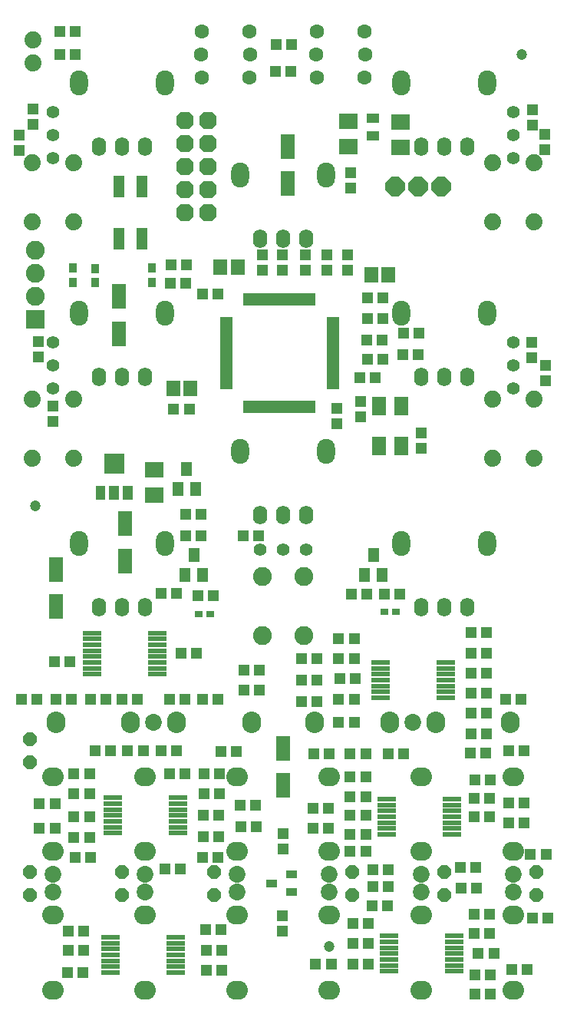
<source format=gts>
G04 DipTrace 3.3.0.0*
G04 pachinko.GTS*
%MOIN*%
G04 #@! TF.FileFunction,Soldermask,Top*
G04 #@! TF.Part,Single*
%AMOUTLINE1*
4,1,8,
0.017397,-0.042,
0.042,-0.017397,
0.042,0.017397,
0.017397,0.042,
-0.017397,0.042,
-0.042,0.017397,
-0.042,-0.017397,
-0.017397,-0.042,
0.017397,-0.042,
0*%
%AMOUTLINE4*
4,1,8,
0.015816,0.038184,
0.038184,0.015816,
0.038184,-0.015816,
0.015816,-0.038184,
-0.015816,-0.038184,
-0.038184,-0.015816,
-0.038184,0.015816,
-0.015816,0.038184,
0.015816,0.038184,
0*%
%AMOUTLINE7*
4,1,8,
0.012426,0.03,
0.03,0.012426,
0.03,-0.012426,
0.012426,-0.03,
-0.012426,-0.03,
-0.03,-0.012426,
-0.03,0.012426,
-0.012426,0.03,
0.012426,0.03,
0*%
%AMOUTLINE10*
4,1,8,
-0.012426,-0.03,
-0.03,-0.012426,
-0.03,0.012426,
-0.012426,0.03,
0.012426,0.03,
0.03,0.012426,
0.03,-0.012426,
0.012426,-0.03,
-0.012426,-0.03,
0*%
%ADD50C,0.074*%
%ADD72C,0.063118*%
%ADD74O,0.078X0.108*%
%ADD76O,0.062X0.082*%
%ADD78R,0.063118X0.082803*%
%ADD80C,0.055559*%
%ADD82R,0.035559X0.041465*%
%ADD84R,0.057213X0.043433*%
%ADD86C,0.082*%
%ADD88R,0.082X0.082*%
%ADD90O,0.093X0.083*%
%ADD92C,0.073*%
%ADD94O,0.083X0.093*%
%ADD96R,0.04737X0.035559*%
%ADD98R,0.078866X0.023748*%
%ADD100R,0.08674X0.08674*%
%ADD106R,0.019811X0.055244*%
%ADD108R,0.055244X0.019811*%
%ADD110C,0.04737*%
%ADD112R,0.035559X0.027685*%
%ADD114R,0.04737X0.063118*%
%ADD116R,0.04737X0.094614*%
%ADD118R,0.059181X0.067055*%
%ADD120R,0.051307X0.04737*%
%ADD122R,0.078866X0.070992*%
%ADD124R,0.063118X0.110362*%
%ADD126R,0.04737X0.051307*%
%ADD134OUTLINE1*%
%ADD137OUTLINE4*%
%ADD140OUTLINE7*%
%ADD143OUTLINE10*%
%FSLAX26Y26*%
G04*
G70*
G90*
G75*
G01*
G04 TopMask*
%LPD*%
D126*
X1874257Y3938090D3*
Y4005020D3*
D124*
X1600390Y4118965D3*
Y3957547D3*
D122*
X2093072Y4225804D3*
Y4115568D3*
D126*
X1919415Y2944184D3*
Y3011113D3*
D122*
X1865992Y4228211D3*
Y4117975D3*
D126*
X2181915Y2873613D3*
Y2806684D3*
D120*
X1095013Y3606171D3*
X1161942D3*
X1947749Y3370619D3*
X2014678D3*
X1949244Y3460147D3*
X2016173D3*
D118*
X1963930Y3561362D3*
X2038734D3*
D124*
X869384Y3305957D3*
Y3467374D3*
D120*
X1299513Y3477102D3*
X1232584D3*
D126*
X1815944Y2981324D3*
Y2914395D3*
D122*
X1023177Y2714605D3*
Y2604369D3*
D118*
X1384719Y3594222D3*
X1309916D3*
D126*
X1770636Y3581273D3*
Y3648202D3*
D120*
X2106236Y3309122D3*
X2173165D3*
X2101031Y3213858D3*
X2167961D3*
X1173367Y2977392D3*
X1106438D3*
D118*
X1179131Y3067963D3*
X1104328D3*
D120*
X1138739Y1917505D3*
X1205668D3*
D124*
X1581684Y1344184D3*
Y1505601D3*
X894184Y2319184D3*
Y2480601D3*
D126*
X1490814Y3581684D3*
Y3648613D3*
D120*
X831684Y1494184D3*
X764755D3*
X656018Y1881684D3*
X589089D3*
D124*
X594184Y2281684D3*
Y2120266D3*
D126*
X1863150Y3581534D3*
Y3648463D3*
D120*
X1945597Y3279455D3*
X2012526D3*
X1890148Y1981684D3*
X1823219D3*
X1873219Y1056684D3*
X1940148D3*
X1890148Y1619184D3*
X1823219D3*
X2479869Y1287171D3*
X2412940D3*
X1302648Y1120402D3*
X1235719D3*
X673219Y1119184D3*
X740148D3*
D126*
X1578314Y3581684D3*
Y3648613D3*
D120*
X1315148Y627648D3*
X1248219D3*
D126*
X1678314Y3581684D3*
Y3648613D3*
D120*
X715148Y627648D3*
X648219D3*
X2398219Y1569184D3*
X2465148D3*
X1940148Y1381684D3*
X1873219D3*
X2398219Y1744184D3*
X2465148D3*
X1306684Y1306684D3*
X1239755D3*
X673219D3*
X740148D3*
X511113Y1719184D3*
X444184D3*
X1940148Y1215148D3*
X1873219D3*
X1894184Y1806684D3*
X1827255D3*
X740148Y1206684D3*
X673219D3*
X1302648Y1215148D3*
X1235719D3*
X1952648Y569184D3*
X1885719D3*
X1052255Y1494184D3*
X1119184D3*
D126*
X1577648Y777648D3*
Y710719D3*
D120*
X2560719Y1494184D3*
X2627648D3*
Y1269184D3*
X2560719D3*
X1410719Y1756684D3*
X1477648D3*
X1783144Y1482349D3*
X1716215D3*
X1377648Y1490148D3*
X1310719D3*
X1727648Y1706684D3*
X1660719D3*
D116*
X869184Y3719184D3*
X969184D3*
Y3943987D3*
X869184D3*
D114*
X1162678Y2717287D3*
X1200080Y2630673D3*
X1125277D3*
D112*
X2073104Y2098678D3*
X2021923D3*
X1266234Y2087356D3*
X1215052D3*
D110*
X2619184Y4519184D3*
X506684Y2556684D3*
X1781684Y644184D3*
D134*
X2269184Y3944184D3*
X2169184D3*
X2069184D3*
D108*
X1799117Y3073908D3*
Y3093593D3*
Y3113278D3*
Y3132963D3*
Y3152648D3*
Y3172333D3*
Y3192018D3*
Y3211703D3*
Y3231388D3*
Y3251073D3*
Y3270758D3*
Y3290444D3*
Y3310129D3*
Y3329814D3*
Y3349499D3*
Y3369184D3*
D106*
X1713038Y3454262D3*
X1693353D3*
X1673668D3*
X1653983D3*
X1634298D3*
X1614613D3*
X1594928D3*
X1575243D3*
X1555558D3*
X1535873D3*
X1516188D3*
X1496503D3*
X1476818D3*
X1457132D3*
X1437447D3*
X1417762D3*
D108*
X1333684Y3369184D3*
Y3349499D3*
Y3329814D3*
Y3310129D3*
Y3290444D3*
Y3270758D3*
Y3251073D3*
Y3231388D3*
Y3211703D3*
Y3192018D3*
Y3172333D3*
Y3152648D3*
Y3132963D3*
Y3113278D3*
Y3093593D3*
Y3073908D3*
D106*
X1417762Y2987829D3*
X1437447D3*
X1457132D3*
X1476818D3*
X1496503D3*
X1516188D3*
X1535873D3*
X1555558D3*
X1575243D3*
X1594928D3*
X1614613D3*
X1634298D3*
X1653983D3*
X1673668D3*
X1693353D3*
X1713038D3*
G36*
X767315Y2584169D2*
X808653D1*
Y2646180D1*
X767315D1*
Y2584169D1*
G37*
G36*
X885418D2*
X926756D1*
Y2646180D1*
X885418D1*
Y2584169D1*
G37*
G36*
X826375D2*
X867696D1*
Y2646180D1*
X826375D1*
Y2584169D1*
G37*
D100*
X847035Y2740429D3*
D98*
X751951Y2006252D3*
Y1980661D3*
Y1955071D3*
Y1929480D3*
Y1903890D3*
Y1878299D3*
Y1852709D3*
Y1827118D3*
X1035416D3*
Y1852709D3*
Y1878299D3*
Y1903890D3*
Y1929480D3*
Y1955071D3*
Y1980661D3*
Y2006252D3*
X2032947Y1285227D3*
Y1259636D3*
Y1234046D3*
Y1208455D3*
Y1182865D3*
Y1157274D3*
Y1131684D3*
X2316420D3*
X2316412Y1157274D3*
Y1182865D3*
Y1208455D3*
Y1234046D3*
Y1259636D3*
Y1285227D3*
X2004219Y1877955D3*
Y1852365D3*
Y1826774D3*
Y1801184D3*
Y1775593D3*
Y1750003D3*
Y1724412D3*
X2287692D3*
X2287684Y1750003D3*
Y1775593D3*
Y1801184D3*
Y1826774D3*
Y1852365D3*
Y1877955D3*
X841719Y1290455D3*
Y1264865D3*
Y1239274D3*
Y1213684D3*
Y1188093D3*
Y1162503D3*
Y1136912D3*
X1125192D3*
X1125184Y1162503D3*
Y1188093D3*
Y1213684D3*
Y1239274D3*
Y1264865D3*
Y1290455D3*
D96*
X1531684Y919184D3*
X1618298Y956585D3*
Y881782D3*
D98*
X2041719Y690455D3*
Y664865D3*
Y639274D3*
Y613684D3*
Y588093D3*
Y562503D3*
Y536912D3*
X2325192D3*
X2325184Y562503D3*
Y588093D3*
Y613684D3*
Y639274D3*
Y664865D3*
Y690455D3*
X832947Y685227D3*
Y659636D3*
Y634046D3*
Y608455D3*
Y582865D3*
Y557274D3*
Y531684D3*
X1116420D3*
X1116412Y557274D3*
Y582865D3*
Y608455D3*
Y634046D3*
Y659636D3*
Y685227D3*
D94*
X2244684Y1619184D3*
X2569684D3*
D92*
X2144684D3*
D94*
X918684D3*
X593684D3*
D92*
X1018684D3*
D90*
X2181684Y1057184D3*
Y1382184D3*
D92*
Y957184D3*
D90*
X1781684Y1057184D3*
Y1382184D3*
D92*
Y957184D3*
D94*
X2043684Y1619184D3*
X1718684D3*
D92*
X2143684D3*
D90*
X2581684Y1057184D3*
Y1382184D3*
D92*
Y957184D3*
D94*
X1119684Y1619184D3*
X1444684D3*
D92*
X1019684D3*
D90*
X1381684Y1057184D3*
Y1382184D3*
D92*
Y957184D3*
D90*
X981684Y1057184D3*
Y1382184D3*
D92*
Y957184D3*
D90*
X2581684Y781184D3*
Y456184D3*
D92*
Y881184D3*
D90*
X2181684Y781184D3*
Y456184D3*
D92*
Y881184D3*
D90*
X1781684Y781184D3*
Y456184D3*
D92*
Y881184D3*
D90*
X1381684Y781184D3*
Y456184D3*
D92*
Y881184D3*
D90*
X981684Y781184D3*
Y456184D3*
D92*
Y881184D3*
D90*
X581684Y781184D3*
Y456184D3*
D92*
Y881184D3*
D90*
Y1057184D3*
Y1382184D3*
D92*
Y957184D3*
D88*
X506684Y3369184D3*
D86*
Y3469184D3*
Y3569184D3*
Y3669184D3*
D50*
X494184Y4481684D3*
Y4581684D3*
D137*
X1256684Y3831684D3*
X1156684D3*
X1256684Y3931684D3*
X1156684D3*
X1256684Y4031684D3*
X1156684D3*
X1256684Y4131684D3*
X1156684D3*
X1256684Y4231684D3*
X1156684D3*
D84*
X1973008Y4165915D3*
Y4240718D3*
D82*
X667499Y3527390D3*
Y3590382D3*
X1011450Y3529177D3*
Y3592169D3*
X766085Y3526684D3*
Y3589676D3*
D80*
X2581684Y4169184D3*
Y4069184D3*
Y4269184D3*
X581684Y4169184D3*
Y4069184D3*
Y4269184D3*
X2581684Y3169184D3*
Y3069184D3*
Y3269184D3*
X581684Y3169184D3*
Y3069184D3*
Y3269184D3*
X1581684Y2369184D3*
X1681684D3*
X1481684D3*
D140*
X2681684Y869184D3*
Y969184D3*
X2281684Y869184D3*
Y969184D3*
X1881684Y869184D3*
Y969184D3*
D143*
X1280865D3*
Y869184D3*
X880865Y969184D3*
Y869184D3*
X481684Y969184D3*
Y869184D3*
Y1544184D3*
Y1444184D3*
D78*
X2094415Y2819184D3*
Y2992412D3*
X1999926D3*
Y2819184D3*
D114*
X1973713Y2346285D3*
X2011114Y2259671D3*
X1936311D3*
X1193510Y2343222D3*
X1230912Y2256608D3*
X1156109D3*
D120*
X1551646Y4561887D3*
X1618575D3*
X610719Y4619184D3*
X677648D3*
X610719Y4519184D3*
X677648D3*
D76*
X1483258Y3718593D3*
X1581684D3*
X1680109D3*
D74*
X1396644Y3994184D3*
X1766723D3*
D120*
X1615653Y4444646D3*
X1548724D3*
X1093047Y3525825D3*
X1159976D3*
X1948219Y3194184D3*
X2015148D3*
X1916370Y3115148D3*
X1983299D3*
D126*
X2717572Y4171097D3*
Y4104168D3*
X2665101Y4211693D3*
Y4278622D3*
X434069Y4167636D3*
Y4100707D3*
X496417Y4213686D3*
Y4280615D3*
D76*
X2183258Y4118593D3*
X2281684D3*
X2380109D3*
D74*
X2096644Y4394184D3*
X2466723D3*
D76*
X783258Y4118593D3*
X881684D3*
X980109D3*
D74*
X696644Y4394184D3*
X1066723D3*
D126*
X580297Y2925362D3*
Y2992291D3*
D76*
X1483258Y2518593D3*
X1581684D3*
X1680109D3*
D74*
X1396644Y2794184D3*
X1766723D3*
D126*
X517455Y3203492D3*
Y3270421D3*
X2661963Y3199836D3*
Y3266765D3*
X2720827Y3169176D3*
Y3102247D3*
D76*
X2183258Y3118593D3*
X2281684D3*
X2380109D3*
D74*
X2096644Y3394184D3*
X2466723D3*
D76*
X783258Y3118593D3*
X881684D3*
X980109D3*
D74*
X696644Y3394184D3*
X1066723D3*
D120*
X1226421Y2520590D3*
X1159492D3*
X1226543Y2427863D3*
X1159614D3*
X1879306Y2173283D3*
X1946235D3*
X1278243Y2168020D3*
X1211314D3*
X2089430Y2173945D3*
X2022501D3*
X1051882Y2178484D3*
X1118811D3*
X1777648Y1156684D3*
X1710719D3*
X1727978Y1802829D3*
X1661048D3*
X1728900Y1895451D3*
X1661971D3*
X2481684Y1369184D3*
X2414755D3*
X2560719Y1181684D3*
X2627648D3*
X661113Y1719184D3*
X594184D3*
X1777648Y1244184D3*
X1710719D3*
X1477648Y1844184D3*
X1410719D3*
X1408480Y2429512D3*
X1475409D3*
D76*
X2183258Y2118593D3*
X2281684D3*
X2380109D3*
D74*
X2096644Y2394184D3*
X2466723D3*
D76*
X783258Y2118593D3*
X881684D3*
X980109D3*
D74*
X696644Y2394184D3*
X1066723D3*
D120*
X1823219Y1894184D3*
X1890148D3*
X1940148Y1131684D3*
X1873219D3*
X1823219Y1719184D3*
X1890148D3*
X2413029Y1209041D3*
X2479958D3*
X1465148Y1165148D3*
X1398219D3*
X523219Y1156684D3*
X590148D3*
X1298613Y1031684D3*
X1231684D3*
X677255D3*
X744184D3*
X1156684Y1719184D3*
X1089755D3*
X881684D3*
X948613D3*
X2429912Y613510D3*
X2496841D3*
X2410768Y785504D3*
X2477697D3*
X2478072Y701875D3*
X2411143D3*
X2481866Y522778D3*
X2414937D3*
X744184Y1719184D3*
X811113D3*
X1231684D3*
X1298613D3*
X2423062Y898800D3*
X2356132D3*
X2664755Y769184D3*
X2731684D3*
X2465148Y1656684D3*
X2398219D3*
X1873219Y1294184D3*
X1940148D3*
X2465148Y1831684D3*
X2398219D3*
X1461113Y1256684D3*
X1394184D3*
X523219Y1265148D3*
X590148D3*
X1306684Y1394184D3*
X1239755D3*
X673219D3*
X740148D3*
X2548219Y1719184D3*
X2615148D3*
X1940148Y1481684D3*
X1873219D3*
X2398219Y1919184D3*
X2465148D3*
X2035159Y822118D3*
X1968230D3*
D126*
X1581684Y1136113D3*
Y1069184D3*
D120*
X1885719Y656684D3*
X1952648D3*
X2394470Y1485281D3*
X2461399D3*
X2037791Y1480303D3*
X2104720D3*
X2398219Y2006684D3*
X2465148D3*
X1156684Y1394184D3*
X1089755D3*
X973613Y1494184D3*
X906684D3*
X1952648Y744184D3*
X1885719D3*
X1970256Y978660D3*
X2037185D3*
X1136113Y981684D3*
X1069184D3*
X1244184Y719184D3*
X1311113D3*
X1248219Y540148D3*
X1315148D3*
X711113Y531684D3*
X644184D3*
X715148Y710719D3*
X648219D3*
X2656684Y1044184D3*
X2723613D3*
X2418457Y989043D3*
X2351527D3*
X2038517Y903944D3*
X1971588D3*
X2576415Y545740D3*
X2643344D3*
X2414139Y437741D3*
X2481068D3*
X1723219Y569184D3*
X1790148D3*
D50*
X2492684Y4047184D3*
Y3791184D3*
X2670684Y4047184D3*
Y3791184D3*
X670684D3*
Y4047184D3*
X492684Y3791184D3*
Y4047184D3*
X2492684Y3022184D3*
Y2766184D3*
X2670684Y3022184D3*
Y2766184D3*
X670684D3*
Y3022184D3*
X492684Y2766184D3*
Y3022184D3*
D86*
X1670684Y1994184D3*
Y2250184D3*
X1492684Y1994184D3*
Y2250184D3*
D72*
X1434044Y4619396D3*
Y4419396D3*
X1229321D3*
Y4619396D3*
X1225384Y4519396D3*
X1437981D3*
X1729323Y4419184D3*
Y4619184D3*
X1934046D3*
Y4419184D3*
X1937983Y4519184D3*
X1725386D3*
M02*

</source>
